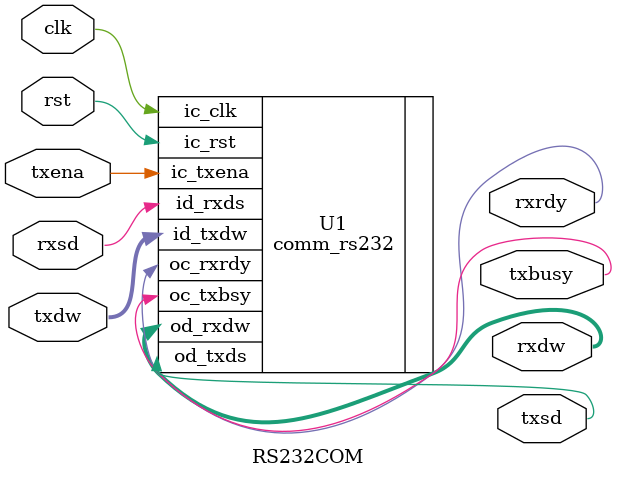
<source format=v>
module RS232COM
	#(parameter ncpb = 434)
	(
	input rxsd,
	input [7:0] txdw,
	input txena,
	input rst,
	input clk,
	output txsd,
	output [7:0] rxdw,
	output txbusy,
	output rxrdy
	);


	
comm_rs232 #(.ncpb(ncpb)) U1
				(
				.id_rxds(rxsd),    		// rx serial data
				.id_txdw(txdw),  			// data to transmit : u[8 0]
				.ic_txena(txena),      	// transmit enable
				.ic_clk(clk),          	// clock signal
				.ic_rst(rst),          	// reset signal
				.od_txds(txsd),        	// tx serial data
				.oc_txbsy(txbusy),      // transmitting busy
				.od_rxdw(rxdw), 			// received data : u[8 0]
				.oc_rxrdy(rxrdy)       	// r1eceived ready
				);
endmodule 


</source>
